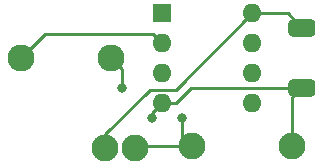
<source format=gbr>
%TF.GenerationSoftware,KiCad,Pcbnew,7.0.6-0*%
%TF.CreationDate,2023-08-01T21:24:21-04:00*%
%TF.ProjectId,Light_Alarm,4c696768-745f-4416-9c61-726d2e6b6963,rev?*%
%TF.SameCoordinates,Original*%
%TF.FileFunction,Copper,L1,Top*%
%TF.FilePolarity,Positive*%
%FSLAX46Y46*%
G04 Gerber Fmt 4.6, Leading zero omitted, Abs format (unit mm)*
G04 Created by KiCad (PCBNEW 7.0.6-0) date 2023-08-01 21:24:21*
%MOMM*%
%LPD*%
G01*
G04 APERTURE LIST*
G04 Aperture macros list*
%AMRoundRect*
0 Rectangle with rounded corners*
0 $1 Rounding radius*
0 $2 $3 $4 $5 $6 $7 $8 $9 X,Y pos of 4 corners*
0 Add a 4 corners polygon primitive as box body*
4,1,4,$2,$3,$4,$5,$6,$7,$8,$9,$2,$3,0*
0 Add four circle primitives for the rounded corners*
1,1,$1+$1,$2,$3*
1,1,$1+$1,$4,$5*
1,1,$1+$1,$6,$7*
1,1,$1+$1,$8,$9*
0 Add four rect primitives between the rounded corners*
20,1,$1+$1,$2,$3,$4,$5,0*
20,1,$1+$1,$4,$5,$6,$7,0*
20,1,$1+$1,$6,$7,$8,$9,0*
20,1,$1+$1,$8,$9,$2,$3,0*%
%AMFreePoly0*
4,1,35,0.312797,1.099367,0.509479,1.023172,0.688811,0.912134,0.844687,0.770034,0.971798,0.601712,1.065816,0.412899,1.123538,0.210026,1.143000,0.000000,1.123538,-0.210026,1.065816,-0.412899,0.971798,-0.601712,0.844687,-0.770034,0.688811,-0.912134,0.509479,-1.023172,0.312797,-1.099367,0.105463,-1.138124,-0.105463,-1.138124,-0.312797,-1.099367,-0.509479,-1.023172,-0.688811,-0.912134,
-0.844687,-0.770034,-0.971798,-0.601712,-1.065816,-0.412899,-1.123538,-0.210026,-1.143000,0.000000,-1.123538,0.210026,-1.065816,0.412899,-0.971798,0.601712,-0.844687,0.770034,-0.688811,0.912134,-0.509479,1.023172,-0.312797,1.099367,-0.105463,1.138124,0.105463,1.138124,0.312797,1.099367,0.312797,1.099367,$1*%
G04 Aperture macros list end*
%TA.AperFunction,ComponentPad*%
%ADD10C,2.286000*%
%TD*%
%TA.AperFunction,SMDPad,CuDef*%
%ADD11RoundRect,0.381000X-0.762000X-0.381000X0.762000X-0.381000X0.762000X0.381000X-0.762000X0.381000X0*%
%TD*%
%TA.AperFunction,ComponentPad*%
%ADD12R,1.600000X1.600000*%
%TD*%
%TA.AperFunction,ComponentPad*%
%ADD13O,1.600000X1.600000*%
%TD*%
%TA.AperFunction,ComponentPad*%
%ADD14FreePoly0,0.000000*%
%TD*%
%TA.AperFunction,ViaPad*%
%ADD15C,0.800000*%
%TD*%
%TA.AperFunction,Conductor*%
%ADD16C,0.250000*%
%TD*%
G04 APERTURE END LIST*
D10*
%TO.P,U3,1,VCC*%
%TO.N,Net-(U1-XTAL1{slash}PB3)*%
X143865000Y-93980000D03*
%TO.P,U3,2,GND*%
%TO.N,Net-(U1-GND)*%
X151465000Y-93980000D03*
%TD*%
D11*
%TO.P,U2,1,VCC*%
%TO.N,Net-(U1-VCC)*%
X167640000Y-91440000D03*
%TO.P,U2,2,GND*%
%TO.N,Net-(U1-GND)*%
X167640000Y-96520000D03*
%TD*%
D12*
%TO.P,U1,1,~{RESET}/PB5*%
%TO.N,unconnected-(U1-~{RESET}{slash}PB5-Pad1)*%
X155815000Y-90215000D03*
D13*
%TO.P,U1,2,XTAL1/PB3*%
%TO.N,Net-(U1-XTAL1{slash}PB3)*%
X155815000Y-92755000D03*
%TO.P,U1,3,XTAL2/PB4*%
%TO.N,Net-(U1-XTAL2{slash}PB4)*%
X155815000Y-95295000D03*
%TO.P,U1,4,GND*%
%TO.N,Net-(U1-GND)*%
X155815000Y-97835000D03*
%TO.P,U1,5,AREF/PB0*%
%TO.N,unconnected-(U1-AREF{slash}PB0-Pad5)*%
X163435000Y-97835000D03*
%TO.P,U1,6,PB1*%
%TO.N,unconnected-(U1-PB1-Pad6)*%
X163435000Y-95295000D03*
%TO.P,U1,7,PB2*%
%TO.N,unconnected-(U1-PB2-Pad7)*%
X163435000Y-92755000D03*
%TO.P,U1,8,VCC*%
%TO.N,Net-(U1-VCC)*%
X163435000Y-90215000D03*
%TD*%
D14*
%TO.P,R2,1*%
%TO.N,Net-(U1-XTAL2{slash}PB4)*%
X158310000Y-101500000D03*
%TO.P,R2,2*%
%TO.N,Net-(U1-GND)*%
X166810000Y-101500000D03*
%TD*%
%TO.P,R1,1*%
%TO.N,Net-(U1-VCC)*%
X151000000Y-101600000D03*
%TO.P,R1,2*%
%TO.N,Net-(U1-XTAL2{slash}PB4)*%
X153540000Y-101600000D03*
%TD*%
D15*
%TO.N,Net-(U1-GND)*%
X154940000Y-99060000D03*
X152400000Y-96520000D03*
%TO.N,Net-(U1-XTAL2{slash}PB4)*%
X157480000Y-99060000D03*
%TD*%
D16*
%TO.N,Net-(U1-XTAL1{slash}PB3)*%
X143865000Y-93980000D02*
X145889999Y-91955001D01*
X145889999Y-91955001D02*
X155015001Y-91955001D01*
X155015001Y-91955001D02*
X155815000Y-92755000D01*
%TO.N,Net-(U1-GND)*%
X151465000Y-93980000D02*
X152400000Y-94915000D01*
X152400000Y-94915000D02*
X152400000Y-96520000D01*
X154940000Y-99060000D02*
X154940000Y-98710000D01*
X154940000Y-98710000D02*
X155815000Y-97835000D01*
X167640000Y-96520000D02*
X158261370Y-96520000D01*
X158261370Y-96520000D02*
X156946370Y-97835000D01*
X156946370Y-97835000D02*
X155815000Y-97835000D01*
%TO.N,Net-(U1-XTAL2{slash}PB4)*%
X157480000Y-100670000D02*
X157480000Y-99060000D01*
X158310000Y-101500000D02*
X157480000Y-100670000D01*
X158310000Y-101500000D02*
X153640000Y-101500000D01*
X153640000Y-101500000D02*
X153540000Y-101600000D01*
%TO.N,Net-(U1-GND)*%
X167640000Y-96520000D02*
X166810000Y-97350000D01*
X166810000Y-97350000D02*
X166810000Y-101500000D01*
%TO.N,Net-(U1-VCC)*%
X163435000Y-90215000D02*
X156940000Y-96710000D01*
X151000000Y-100460000D02*
X151000000Y-101600000D01*
X156940000Y-96710000D02*
X154750000Y-96710000D01*
X154750000Y-96710000D02*
X151000000Y-100460000D01*
X167640000Y-91440000D02*
X166415000Y-90215000D01*
X166415000Y-90215000D02*
X163435000Y-90215000D01*
%TD*%
M02*

</source>
